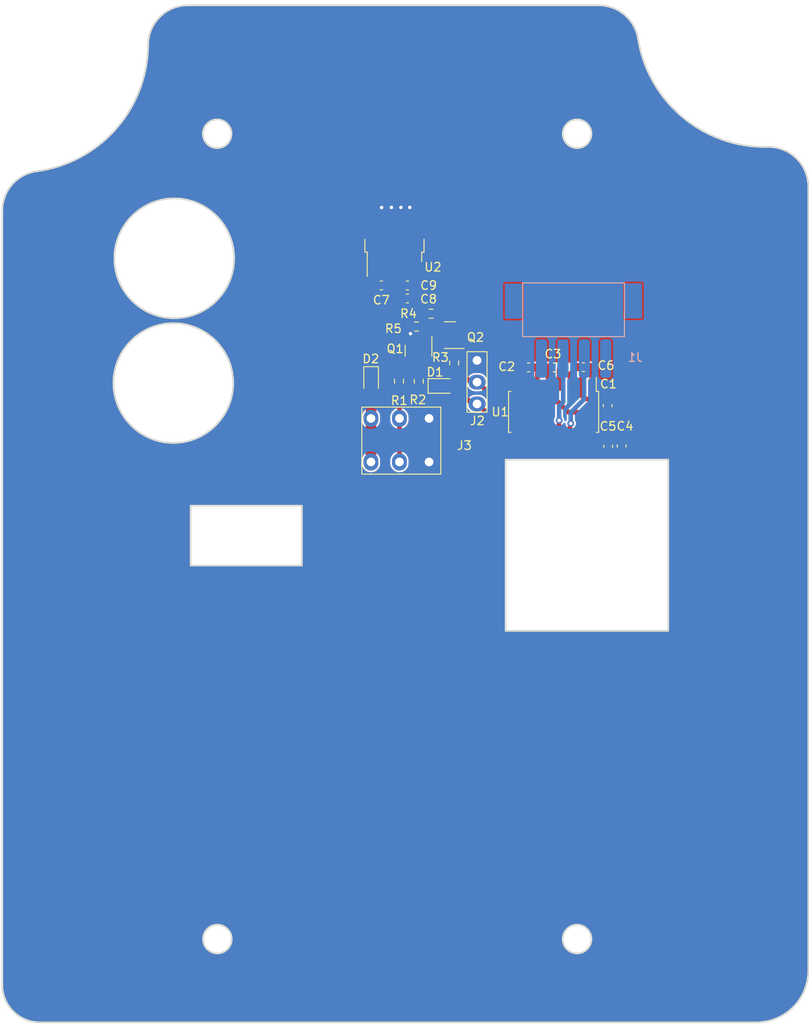
<source format=kicad_pcb>
(kicad_pcb (version 20211014) (generator pcbnew)
  (layers (0 "F.Cu" signal) (31 "B.Cu" signal) (34 "B.Paste" user) (35 "F.Paste" user) (36 "B.SilkS" user "B.Silkscreen") (37 "F.SilkS" user "F.Silkscreen") (38 "B.Mask" user) (39 "F.Mask" user) (44 "Edge.Cuts" user))
  (net 0 "")
  (net 1 "+5V")
  (net 2 "Net-(C2-Pad1)")
  (net 3 "GNDREF")
  (net 4 "Net-(C3-Pad1)")
  (net 5 "Net-(C3-Pad2)")
  (net 6 "Net-(C6-Pad1)")
  (net 7 "Net-(C6-Pad2)")
  (net 8 "+24V")
  (net 9 "CCTALK-DATA")
  (net 10 "TX")
  (net 11 "Net-(D2-Pad2)")
  (net 12 "RX")
  (net 13 "Net-(Q1-Pad1)")
  (net 14 "Net-(Q1-Pad3)")
  (net 15 "Net-(Q2-Pad1)")
  (net 16 "Net-(Q2-Pad3)")
  (net 17 "Net-(C1-Pad2)")
  (net 19 "TXout")
  (net 20 "RXout")
  (footprint "CCtalk-converter-footprints-lib:C_0603_1608Metric" (layer "F.Cu") (at 162.0396 83.78 90)
    (fp_text reference "C1" (at 2.53 0.0954 180) (layer "F.SilkS"))
    (fp_text value "1uF")
    (fp_line (start -0.14058 0.51) (end 0.14058 0.51) (layer "F.SilkS") (width 0.12))
    (fp_line (start -0.14058 -0.51) (end 0.14058 -0.51) (layer "F.SilkS") (width 0.12))
    (pad "1" smd roundrect (at -0.775 0 90) (size 0.9 0.95) (layers "F.Cu" "F.Paste" "F.Mask") (net 1 "+5V"))
    (pad "2" smd roundrect (at 0.775 0 90) (size 0.9 0.95) (layers "F.Cu" "F.Paste" "F.Mask") (net 17 "Net-(C1-Pad2)"))
  )
  (footprint "CCtalk-converter-footprints-lib:C_0603_1608Metric" (layer "F.Cu") (at 155.835 79.325 180)
    (fp_text reference "C3" (at 0.17 1.565 180) (layer "F.SilkS"))
    (fp_text value "1uF")
    (fp_line (start -0.14058 0.51) (end 0.14058 0.51) (layer "F.SilkS") (width 0.12))
    (fp_line (start -0.14058 -0.51) (end 0.14058 -0.51) (layer "F.SilkS") (width 0.12))
    (pad "1" smd roundrect (at -0.775 0 180) (size 0.9 0.95) (layers "F.Cu" "F.Paste" "F.Mask") (net 4 "Net-(C3-Pad1)"))
    (pad "2" smd roundrect (at 0.775 0 180) (size 0.9 0.95) (layers "F.Cu" "F.Paste" "F.Mask") (net 5 "Net-(C3-Pad2)"))
  )
  (footprint "CCtalk-converter-footprints-lib:SOT-23" (layer "F.Cu") (at 139.96 77.37 -90)
    (fp_text reference "Q1" (at -0.23 2.73 180) (layer "F.SilkS"))
    (fp_text value "BC847")
    (fp_line (start 0 -1.56) (end 0.65 -1.56) (layer "F.SilkS") (width 0.12))
    (fp_line (start 0 1.56) (end 0.65 1.56) (layer "F.SilkS") (width 0.12))
    (fp_line (start 0 -1.56) (end -1.675 -1.56) (layer "F.SilkS") (width 0.12))
    (fp_line (start 0 1.56) (end -0.65 1.56) (layer "F.SilkS") (width 0.12))
    (pad "1" smd roundrect (at -0.9375 -0.95 270) (size 1.475 0.6) (layers "F.Cu" "F.Paste" "F.Mask") (net 13 "Net-(Q1-Pad1)"))
    (pad "2" smd roundrect (at -0.9375 0.95 270) (size 1.475 0.6) (layers "F.Cu" "F.Paste" "F.Mask") (net 3 "GNDREF"))
    (pad "3" smd roundrect (at 0.9375 0 270) (size 1.475 0.6) (layers "F.Cu" "F.Paste" "F.Mask") (net 14 "Net-(Q1-Pad3)"))
  )
  (footprint "CCtalk-converter-footprints-lib:C_0603_1608Metric" (layer "F.Cu") (at 138.66 69.75 180)
    (fp_text reference "C9" (at -2.48 0) (layer "F.SilkS"))
    (fp_text value "100nF")
    (fp_line (start -0.14058 0.51) (end 0.14058 0.51) (layer "F.SilkS") (width 0.12))
    (fp_line (start -0.14058 -0.51) (end 0.14058 -0.51) (layer "F.SilkS") (width 0.12))
    (pad "1" smd roundrect (at -0.775 0 180) (size 0.9 0.95) (layers "F.Cu" "F.Paste" "F.Mask") (net 1 "+5V"))
    (pad "2" smd roundrect (at 0.775 0 180) (size 0.9 0.95) (layers "F.Cu" "F.Paste" "F.Mask") (net 3 "GNDREF"))
  )
  (footprint "CCtalk-converter-footprints-lib:R_0603_1608Metric" (layer "F.Cu") (at 139.99 80.94 -90)
    (fp_text reference "R2" (at 2.16 0.11 180) (layer "F.SilkS"))
    (fp_text value "56R")
    (fp_line (start -0.237258 -0.5225) (end 0.237258 -0.5225) (layer "F.SilkS") (width 0.12))
    (fp_line (start -0.237258 0.5225) (end 0.237258 0.5225) (layer "F.SilkS") (width 0.12))
    (pad "1" smd roundrect (at -0.825 0 270) (size 0.8 0.95) (layers "F.Cu" "F.Paste" "F.Mask") (net 14 "Net-(Q1-Pad3)"))
    (pad "2" smd roundrect (at 0.825 0 270) (size 0.8 0.95) (layers "F.Cu" "F.Paste" "F.Mask") (net 9 "CCTALK-DATA"))
  )
  (footprint "CCtalk-converter-footprints-lib:R_0603_1608Metric" (layer "F.Cu") (at 139.72 74.55)
    (fp_text reference "R5" (at -2.7 0.25) (layer "F.SilkS"))
    (fp_text value "100K")
    (fp_line (start -0.237258 0.5225) (end 0.237258 0.5225) (layer "F.SilkS") (width 0.12))
    (fp_line (start -0.237258 -0.5225) (end 0.237258 -0.5225) (layer "F.SilkS") (width 0.12))
    (pad "1" smd roundrect (at -0.825 0) (size 0.8 0.95) (layers "F.Cu" "F.Paste" "F.Mask") (net 3 "GNDREF"))
    (pad "2" smd roundrect (at 0.825 0) (size 0.8 0.95) (layers "F.Cu" "F.Paste" "F.Mask") (net 13 "Net-(Q1-Pad1)"))
  )
  (footprint "CCtalk-converter-footprints-lib:C_0603_1608Metric" (layer "F.Cu") (at 135.62 69.75)
    (fp_text reference "C7" (at 0 1.71) (layer "F.SilkS"))
    (fp_text value "0.33uF")
    (fp_line (start -0.14058 -0.51) (end 0.14058 -0.51) (layer "F.SilkS") (width 0.12))
    (fp_line (start -0.14058 0.51) (end 0.14058 0.51) (layer "F.SilkS") (width 0.12))
    (pad "1" smd roundrect (at -0.775 0) (size 0.9 0.95) (layers "F.Cu" "F.Paste" "F.Mask") (net 8 "+24V"))
    (pad "2" smd roundrect (at 0.775 0) (size 0.9 0.95) (layers "F.Cu" "F.Paste" "F.Mask") (net 3 "GNDREF"))
  )
  (footprint "CCtalk-converter-footprints-lib:R_0603_1608Metric" (layer "F.Cu") (at 137.68 80.93 -90)
    (fp_text reference "R1" (at 2.26 -0.03) (layer "F.SilkS"))
    (fp_text value "10K")
    (fp_line (start -0.237258 0.5225) (end 0.237258 0.5225) (layer "F.SilkS") (width 0.12))
    (fp_line (start -0.237258 -0.5225) (end 0.237258 -0.5225) (layer "F.SilkS") (width 0.12))
    (pad "1" smd roundrect (at -0.825 0 270) (size 0.8 0.95) (layers "F.Cu" "F.Paste" "F.Mask") (net 1 "+5V"))
    (pad "2" smd roundrect (at 0.825 0 270) (size 0.8 0.95) (layers "F.Cu" "F.Paste" "F.Mask") (net 9 "CCTALK-DATA"))
  )
  (footprint "CCtalk-converter-footprints-lib:SOIC-16_4.55x10.3mm_P1.27mm" (layer "F.Cu") (at 155.735 84.515 -90)
    (fp_text reference "U1" (at 0.005 6.2454 180) (layer "F.SilkS"))
    (fp_text value "ST232B")
    (fp_line (start 0 -5.26) (end -2.385 -5.26) (layer "F.SilkS") (width 0.12))
    (fp_line (start 0 5.26) (end -2.385 5.26) (layer "F.SilkS") (width 0.12))
    (fp_line (start 0 5.26) (end 2.385 5.26) (layer "F.SilkS") (width 0.12))
    (fp_line (start 0 -5.26) (end 2.385 -5.26) (layer "F.SilkS") (width 0.12))
    (fp_line (start -2.385 -4.98) (end -4.05 -4.98) (layer "F.SilkS") (width 0.12))
    (fp_line (start 2.385 5.26) (end 2.385 4.98) (layer "F.SilkS") (width 0.12))
    (fp_line (start 2.385 -5.26) (end 2.385 -4.98) (layer "F.SilkS") (width 0.12))
    (fp_line (start -2.385 5.26) (end -2.385 4.98) (layer "F.SilkS") (width 0.12))
    (fp_line (start -2.385 -5.26) (end -2.385 -4.98) (layer "F.SilkS") (width 0.12))
    (pad "1" smd roundrect (at -3.25 -4.445 270) (size 1.6 0.55) (layers "F.Cu" "F.Paste" "F.Mask") (net 6 "Net-(C6-Pad1)"))
    (pad "2" smd roundrect (at -3.25 -3.175 270) (size 1.6 0.55) (layers "F.Cu" "F.Paste" "F.Mask") (net 17 "Net-(C1-Pad2)"))
    (pad "3" smd roundrect (at -3.25 -1.905 270) (size 1.6 0.55) (layers "F.Cu" "F.Paste" "F.Mask") (net 7 "Net-(C6-Pad2)"))
    (pad "4" smd roundrect (at -3.25 -0.635 270) (size 1.6 0.55) (layers "F.Cu" "F.Paste" "F.Mask") (net 4 "Net-(C3-Pad1)"))
    (pad "5" smd roundrect (at -3.25 0.635 270) (size 1.6 0.55) (layers "F.Cu" "F.Paste" "F.Mask") (net 5 "Net-(C3-Pad2)"))
    (pad "6" smd roundrect (at -3.25 1.905 270) (size 1.6 0.55) (layers "F.Cu" "F.Paste" "F.Mask") (net 2 "Net-(C2-Pad1)"))
    (pad "7" smd roundrect (at -3.25 3.175 270) (size 1.6 0.55) (layers "F.Cu" "F.Paste" "F.Mask"))
    (pad "8" smd roundrect (at -3.25 4.445 270) (size 1.6 0.55) (layers "F.Cu" "F.Paste" "F.Mask"))
    (pad "9" smd roundrect (at 3.25 4.445 270) (size 1.6 0.55) (layers "F.Cu" "F.Paste" "F.Mask"))
    (pad "10" smd roundrect (at 3.25 3.175 270) (size 1.6 0.55) (layers "F.Cu" "F.Paste" "F.Mask"))
    (pad "11" smd roundrect (at 3.25 1.905 270) (size 1.6 0.55) (layers "F.Cu" "F.Paste" "F.Mask") (net 10 "TX"))
    (pad "12" smd roundrect (at 3.25 0.635 270) (size 1.6 0.55) (layers "F.Cu" "F.Paste" "F.Mask") (net 12 "RX"))
    (pad "13" smd roundrect (at 3.25 -0.635 270) (size 1.6 0.55) (layers "F.Cu" "F.Paste" "F.Mask") (net 20 "RXout"))
    (pad "14" smd roundrect (at 3.25 -1.905 270) (size 1.6 0.55) (layers "F.Cu" "F.Paste" "F.Mask") (net 19 "TXout"))
    (pad "15" smd roundrect (at 3.25 -3.175 270) (size 1.6 0.55) (layers "F.Cu" "F.Paste" "F.Mask") (net 3 "GNDREF"))
    (pad "16" smd roundrect (at 3.25 -4.445 270) (size 1.6 0.55) (layers "F.Cu" "F.Paste" "F.Mask") (net 1 "+5V"))
  )
  (footprint "CCtalk-converter-footprints-lib:C_0603_1608Metric" (layer "F.Cu") (at 162.105 88.525 -90)
    (fp_text reference "C5" (at -2.335 0.015 180) (layer "F.SilkS"))
    (fp_text value "100nF")
    (fp_line (start -0.14058 0.51) (end 0.14058 0.51) (layer "F.SilkS") (width 0.12))
    (fp_line (start -0.14058 -0.51) (end 0.14058 -0.51) (layer "F.SilkS") (width 0.12))
    (pad "1" smd roundrect (at -0.775 0 270) (size 0.9 0.95) (layers "F.Cu" "F.Paste" "F.Mask") (net 1 "+5V"))
    (pad "2" smd roundrect (at 0.775 0 270) (size 0.9 0.95) (layers "F.Cu" "F.Paste" "F.Mask") (net 3 "GNDREF"))
  )
  (footprint "CCtalk-converter-footprints-lib:PCB_terminal_block_Header_1x03_clamp" (layer "F.Cu") (at 140.275 90.355 180)
    (fp_text reference "J3" (at -5.045 1.915 180) (layer "F.SilkS"))
    (fp_text value "CCtalk Cable")
    (fp_rect (start -2.286 -1.4224) (end 6.9342 6.4008) (layer "F.SilkS") (width 0.12) (fill none))
    (pad "1" thru_hole rect (at -0.9144 5.08 270) (size 2.03 1.73) (drill 1.02) (layers *.Cu *.Mask) (net 3 "GNDREF"))
    (pad "1" thru_hole rect (at -0.9144 0 270) (size 2.03 1.73) (drill 1.02) (layers *.Cu *.Mask) (net 3 "GNDREF"))
    (pad "2" thru_hole oval (at 2.54 0 270) (size 2.03 1.73) (drill 1.02) (layers *.Cu *.Mask) (net 9 "CCTALK-DATA"))
    (pad "2" thru_hole oval (at 2.54 5.08 270) (size 2.03 1.73) (drill 1.02) (layers *.Cu *.Mask) (net 9 "CCTALK-DATA"))
    (pad "3" thru_hole oval (at 5.8674 0 270) (size 2.03 1.73) (drill 1.02) (layers *.Cu *.Mask) (net 11 "Net-(D2-Pad2)"))
    (pad "3" thru_hole oval (at 5.8674 5.08 270) (size 2.03 1.73) (drill 1.02) (layers *.Cu *.Mask) (net 11 "Net-(D2-Pad2)"))
  )
  (footprint "CCtalk-converter-footprints-lib:C_0603_1608Metric" (layer "F.Cu") (at 152.82 79.32 180)
    (fp_text reference "C2" (at 2.56 0.09 180) (layer "F.SilkS"))
    (fp_text value "1uF")
    (fp_line (start -0.14058 -0.51) (end 0.14058 -0.51) (layer "F.SilkS") (width 0.12))
    (fp_line (start -0.14058 0.51) (end 0.14058 0.51) (layer "F.SilkS") (width 0.12))
    (pad "1" smd roundrect (at -0.775 0 180) (size 0.9 0.95) (layers "F.Cu" "F.Paste" "F.Mask") (net 2 "Net-(C2-Pad1)"))
    (pad "2" smd roundrect (at 0.775 0 180) (size 0.9 0.95) (layers "F.Cu" "F.Paste" "F.Mask") (net 3 "GNDREF"))
  )
  (footprint "CCtalk-converter-footprints-lib:C_0603_1608Metric" (layer "F.Cu") (at 163.675 88.485 -90)
    (fp_text reference "C4" (at -2.305 -0.395 180) (layer "F.SilkS"))
    (fp_text value "1uF")
    (fp_line (start -0.14058 -0.51) (end 0.14058 -0.51) (layer "F.SilkS") (width 0.12))
    (fp_line (start -0.14058 0.51) (end 0.14058 0.51) (layer "F.SilkS") (width 0.12))
    (pad "1" smd roundrect (at -0.775 0 270) (size 0.9 0.95) (layers "F.Cu" "F.Paste" "F.Mask") (net 1 "+5V"))
    (pad "2" smd roundrect (at 0.775 0 270) (size 0.9 0.95) (layers "F.Cu" "F.Paste" "F.Mask") (net 3 "GNDREF"))
  )
  (footprint "CCtalk-converter-footprints-lib:R_0603_1608Metric" (layer "F.Cu") (at 141.43 73.05 180)
    (fp_text reference "R4" (at 2.64 0.01 180) (layer "F.SilkS"))
    (fp_text value "10K")
    (fp_line (start -0.237258 0.5225) (end 0.237258 0.5225) (layer "F.SilkS") (width 0.12))
    (fp_line (start -0.237258 -0.5225) (end 0.237258 -0.5225) (layer "F.SilkS") (width 0.12))
    (pad "1" smd roundrect (at -0.825 0 180) (size 0.8 0.95) (layers "F.Cu" "F.Paste" "F.Mask") (net 16 "Net-(Q2-Pad3)"))
    (pad "2" smd roundrect (at 0.825 0 180) (size 0.8 0.95) (layers "F.Cu" "F.Paste" "F.Mask") (net 13 "Net-(Q1-Pad1)"))
  )
  (footprint "CCtalk-converter-footprints-lib:D_SOD-323F" (layer "F.Cu") (at 142.58 81.48)
    (fp_text reference "D1" (at -0.69 -1.61 180) (layer "F.SilkS"))
    (fp_text value "BAT54J")
    (fp_line (start -1.5 -0.85) (end 1.05 -0.85) (layer "F.SilkS") (width 0.12))
    (fp_line (start -1.5 -0.85) (end -1.5 0.85) (layer "F.SilkS") (width 0.12))
    (fp_line (start -1.5 0.85) (end 1.05 0.85) (layer "F.SilkS") (width 0.12))
    (pad "1" smd rect (at -1.1 0) (size 0.5 0.5) (layers "F.Cu" "F.Paste" "F.Mask") (net 9 "CCTALK-DATA"))
    (pad "2" smd rect (at 1.1 0) (size 0.5 0.5) (layers "F.Cu" "F.Paste" "F.Mask") (net 10 "TX"))
  )
  (footprint "CCtalk-converter-footprints-lib:R_0603_1608Metric" (layer "F.Cu") (at 144.12 78.8 90)
    (fp_text reference "R3" (at 0.65 -1.61 180) (layer "F.SilkS"))
    (fp_text value "10K")
    (fp_line (start -0.237258 0.5225) (end 0.237258 0.5225) (layer "F.SilkS") (width 0.12))
    (fp_line (start -0.237258 -0.5225) (end 0.237258 -0.5225) (layer "F.SilkS") (width 0.12))
    (pad "1" smd roundrect (at -0.825 0 90) (size 0.8 0.95) (layers "F.Cu" "F.Paste" "F.Mask") (net 12 "RX"))
    (pad "2" smd roundrect (at 0.825 0 90) (size 0.8 0.95) (layers "F.Cu" "F.Paste" "F.Mask") (net 15 "Net-(Q2-Pad1)"))
  )
  (footprint "CCtalk-converter-footprints-lib:C_0603_1608Metric" (layer "F.Cu") (at 159.205 79.29 180)
    (fp_text reference "C6" (at -2.65 0.195 180) (layer "F.SilkS"))
    (fp_text value "1uF")
    (fp_line (start -0.14058 -0.51) (end 0.14058 -0.51) (layer "F.SilkS") (width 0.12))
    (fp_line (start -0.14058 0.51) (end 0.14058 0.51) (layer "F.SilkS") (width 0.12))
    (pad "1" smd roundrect (at -0.775 0 180) (size 0.9 0.95) (layers "F.Cu" "F.Paste" "F.Mask") (net 6 "Net-(C6-Pad1)"))
    (pad "2" smd roundrect (at 0.775 0 180) (size 0.9 0.95) (layers "F.Cu" "F.Paste" "F.Mask") (net 7 "Net-(C6-Pad2)"))
  )
  (footprint "CCtalk-converter-footprints-lib:D_SOD-323F" (layer "F.Cu") (at 134.425 80.73 -90)
    (fp_text reference "D2" (at -2.41 0.035 180) (layer "F.SilkS"))
    (fp_text value "BAT760")
    (fp_line (start -1.5 -0.85) (end 1.05 -0.85) (layer "F.SilkS") (width 0.12))
    (fp_line (start -1.5 0.85) (end 1.05 0.85) (layer "F.SilkS") (width 0.12))
    (fp_line (start -1.5 -0.85) (end -1.5 0.85) (layer "F.SilkS") (width 0.12))
    (pad "1" smd rect (at -1.1 0 270) (size 0.5 0.5) (layers "F.Cu" "F.Paste" "F.Mask") (net 8 "+24V"))
    (pad "2" smd rect (at 1.1 0 270) (size 0.5 0.5) (layers "F.Cu" "F.Paste" "F.Mask") (net 11 "Net-(D2-Pad2)"))
  )
  (footprint "CCtalk-converter-footprints-lib:SOT-23" (layer "F.Cu") (at 143.62 75.55 180)
    (fp_text reference "Q2" (at -2.99 -0.26) (layer "F.SilkS"))
    (fp_text value "BC856")
    (fp_line (start 0 -1.56) (end -1.675 -1.56) (layer "F.SilkS") (width 0.12))
    (fp_line (start 0 1.56) (end -0.65 1.56) (layer "F.SilkS") (width 0.12))
    (fp_line (start 0 -1.56) (end 0.65 -1.56) (layer "F.SilkS") (width 0.12))
    (fp_line (start 0 1.56) (end 0.65 1.56) (layer "F.SilkS") (width 0.12))
    (pad "1" smd roundrect (at -0.9375 -0.95 180) (size 1.475 0.6) (layers "F.Cu" "F.Paste" "F.Mask") (net 15 "Net-(Q2-Pad1)"))
    (pad "2" smd roundrect (at -0.9375 0.95 180) (size 1.475 0.6) (layers "F.Cu" "F.Paste" "F.Mask") (net 1 "+5V"))
    (pad "3" smd roundrect (at 0.9375 0 180) (size 1.475 0.6) (layers "F.Cu" "F.Paste" "F.Mask") (net 16 "Net-(Q2-Pad3)"))
  )
  (footprint "CCtalk-converter-footprints-lib:TO-252-3_TabPin2" (layer "F.Cu") (at 137.15 63.39 90)
    (fp_text reference "U2" (at -4.22 4.49) (layer "F.SilkS"))
    (fp_text value "L7805")
    (fp_line (start -0.97 -3.45) (end -2.47 -3.45) (layer "F.SilkS") (width 0.12))
    (fp_line (start -2.47 -3.45) (end -2.47 -3.18) (layer "F.SilkS") (width 0.12))
    (fp_line (start -2.47 3.45) (end -2.47 3.18) (layer "F.SilkS") (width 0.12))
    (fp_line (start -2.47 3.18) (end -3.57 3.18) (layer "F.SilkS") (width 0.12))
    (fp_line (start -0.97 3.45) (end -2.47 3.45) (layer "F.SilkS") (width 0.12))
    (fp_line (start -2.47 -3.18) (end -5.3 -3.18) (layer "F.SilkS") (width 0.12))
    (pad "1" smd rect (at -4.2 -2.28 90) (size 2.2 1.2) (layers "F.Cu" "F.Paste" "F.Mask") (net 8 "+24V"))
    (pad "2" smd rect (at 1.4224 0 90) (size 5 5.8) (layers "F.Cu" "F.Mask") (net 3 "GNDREF"))
    (pad "2" smd rect (at -4.2 0 90) (size 2.2 1.2) (layers "F.Cu" "F.Paste" "F.Mask") (net 3 "GNDREF"))
    (pad "3" smd rect (at -4.2 2.28 90) (size 2.2 1.2) (layers "F.Cu" "F.Paste" "F.Mask") (net 1 "+5V"))
  )
  (footprint "CCtalk-converter-footprints-lib:Header_1x03_P2.54mm_Vertical" (layer "F.Cu") (at 146.79 78.5 -90)
    (fp_text reference "J2" (at 7.0546 -0.04) (layer "F.SilkS"))
    (fp_text value "CCtalk Cable")
    (fp_rect (start -1.016 -1.1684) (end 6.0452 1.1684) (layer "F.SilkS") (width 0.12) (fill none))
    (pad "1" thru_hole rect (at 0 0) (size 2.03 1.73) (drill 1.02) (layers *.Cu *.Mask) (net 3 "GNDREF"))
    (pad "2" thru_hole oval (at 2.54 0) (size 2.03 1.73) (drill 1.02) (layers *.Cu *.Mask) (net 12 "RX"))
    (pad "3" thru_hole oval (at 5.08 0) (size 2.03 1.73) (drill 1.02) (layers *.Cu *.Mask) (net 10 "TX"))
  )
  (footprint "CCtalk-converter-footprints-lib:C_0603_1608Metric" (layer "F.Cu") (at 138.65 71.27 180)
    (fp_text reference "C8" (at -2.48 -0.07) (layer "F.SilkS"))
    (fp_text value "10uF")
    (fp_line (start -0.14058 -0.51) (end 0.14058 -0.51) (layer "F.SilkS") (width 0.12))
    (fp_line (start -0.14058 0.51) (end 0.14058 0.51) (layer "F.SilkS") (width 0.12))
    (pad "1" smd roundrect (at -0.775 0 180) (size 0.9 0.95) (layers "F.Cu" "F.Paste" "F.Mask") (net 1 "+5V"))
    (pad "2" smd roundrect (at 0.775 0 180) (size 0.9 0.95) (layers "F.Cu" "F.Paste" "F.Mask") (net 3 "GNDREF"))
  )
  (footprint "CCtalk-converter-footprints-lib:4pin-JST-XH-header-SMT" (layer "B.Cu") (at 161.82 78.29 180)
    (fp_text reference "J1" (at -3.4308 0.132 unlocked) (layer "B.SilkS") (effects (justify mirror)))
    (fp_text value "DB9_Female")
    (fp_rect (start 9.884 8.6556) (end 11.684 4.7556) (layer "B.Cu") (width 0.2) (fill solid))
    (fp_rect (start -4.1368 8.6868) (end -2.3368 4.7868) (layer "B.Cu") (width 0.2) (fill solid))
    (fp_line (start 9.7028 8.8392) (end 9.7028 2.5654) (layer "B.SilkS") (width 0.12))
    (fp_line (start -2.1844 8.8392) (end 9.7028 8.8392) (layer "B.SilkS") (width 0.12))
    (fp_line (start -2.1844 8.8392) (end -2.1844 2.5654) (layer "B.SilkS") (width 0.12))
    (fp_line (start 9.7028 2.5654) (end -2.1844 2.5654) (layer "B.SilkS") (width 0.12))
    (pad "1" smd roundrect (at 0 0 180) (size 1.3 4.5) (layers "B.Cu" "B.Paste" "B.Mask"))
    (pad "2" smd roundrect (at 2.5 0 180) (size 1.3 4.5) (layers "B.Cu" "B.Paste" "B.Mask") (net 19 "TXout"))
    (pad "3" smd roundrect (at 5 0 180) (size 1.3 4.5) (layers "B.Cu" "B.Paste" "B.Mask") (net 20 "RXout"))
    (pad "4" smd roundrect (at 7.5 0 180) (size 1.3 4.5) (layers "B.Cu" "B.Paste" "B.Mask"))
  )
  (gr_line (start 95.73902 155.775082) (end 179.425552 155.775082) (layer "Edge.Cuts") (width 0.2))
  (gr_circle (center 158.470966 146.057193) (end 158.470966 144.374601) (layer "Edge.Cuts") (width 0.2) (fill none))
  (gr_arc (start 108.392746 41.664462) (mid 104.649619 51.470559) (end 95.394791 56.422195) (layer "Edge.Cuts") (width 0.2))
  (gr_circle (center 111.43938 66.580688) (end 111.43938 59.580688) (layer "Edge.Cuts") (width 0.2) (fill none))
  (gr_arc (start 91.368566 61.026877) (mid 92.517072 57.968545) (end 95.394791 56.422195) (layer "Edge.Cuts") (width 0.2))
  (gr_arc (start 185.464902 149.735733) (mid 183.696017 154.006197) (end 179.425552 155.775082) (layer "Edge.Cuts") (width 0.2))
  (gr_line (start 113.346438 95.459424) (end 113.346438 102.459424) (layer "Edge.Cuts") (width 0.2))
  (gr_circle (center 111.330694 81.146033) (end 111.330694 74.146033) (layer "Edge.Cuts") (width 0.2) (fill none))
  (gr_line (start 169.125 110.085) (end 169.125 90.085) (layer "Edge.Cuts") (width 0.2))
  (gr_line (start 150.125 110.085) (end 169.125 110.085) (layer "Edge.Cuts") (width 0.2))
  (gr_arc (start 108.392746 41.664462) (mid 109.765337 38.400746) (end 113.038862 37.051713) (layer "Edge.Cuts") (width 0.2))
  (gr_arc (start 161.00084 37.051713) (mid 164.01503 38.162108) (end 165.588508 40.962552) (layer "Edge.Cuts") (width 0.2))
  (gr_arc (start 95.73902 155.775082) (mid 92.648642 154.495006) (end 91.368566 151.404628) (layer "Edge.Cuts") (width 0.2))
  (gr_line (start 185.464902 58.230143) (end 185.464902 149.735733) (layer "Edge.Cuts") (width 0.2))
  (gr_line (start 91.368566 61.026877) (end 91.368566 151.404628) (layer "Edge.Cuts") (width 0.2))
  (gr_line (start 161.00084 37.051713) (end 113.038862 37.051713) (layer "Edge.Cuts") (width 0.2))
  (gr_circle (center 158.476226 52.039459) (end 158.476226 50.356867) (layer "Edge.Cuts") (width 0.2) (fill none))
  (gr_circle (center 116.449617 52.039882) (end 116.449617 50.35729) (layer "Edge.Cuts") (width 0.2) (fill none))
  (gr_line (start 126.346438 102.459424) (end 126.346438 95.459424) (layer "Edge.Cuts") (width 0.2))
  (gr_arc (start 180.719517 53.584965) (mid 184.068808 54.909889) (end 185.464902 58.230143) (layer "Edge.Cuts") (width 0.2))
  (gr_line (start 150.125 90.085) (end 150.125 110.085) (layer "Edge.Cuts") (width 0.2))
  (gr_line (start 113.346438 102.459424) (end 126.346438 102.459424) (layer "Edge.Cuts") (width 0.2))
  (gr_arc (start 180.719517 53.584965) (mid 170.790715 50.106742) (end 165.588508 40.962552) (layer "Edge.Cuts") (width 0.2))
  (gr_line (start 169.125 90.085) (end 150.125 90.085) (layer "Edge.Cuts") (width 0.2))
  (gr_circle (center 116.473234 146.058669) (end 116.473234 144.376077) (layer "Edge.Cuts") (width 0.2) (fill none))
  (gr_line (start 126.346438 95.459424) (end 113.346438 95.459424) (layer "Edge.Cuts") (width 0.2))
  (segment (start 139.425 71.27) (end 142.59 71.27) (width 0.72) (layer "F.Cu") (net 1))
  (segment (start 160.18 84.57) (end 160.165 84.555) (width 0.54) (layer "F.Cu") (net 1))
  (segment (start 162.0396 84.555) (end 160.165 84.555) (width 0.54) (layer "F.Cu") (net 1))
  (segment (start 149.595 77.685) (end 146.51 74.6) (width 0.54) (layer "F.Cu") (net 1))
  (segment (start 160.18 87.765) (end 163.62 87.765) (width 0.54) (layer "F.Cu") (net 1))
  (segment (start 139.425 71.27) (end 139.425 71.785) (width 0.54) (layer "F.Cu") (net 1))
  (segment (start 157.465 84.555) (end 156.275 83.365) (width 0.54) (layer "F.Cu") (net 1))
  (segment (start 156.275 83.365) (end 150.915 83.365) (width 0.54) (layer "F.Cu") (net 1))
  (segment (start 144.5575 73.2375) (end 144.5575 74.6) (width 0.72) (layer "F.Cu") (net 1))
  (segment (start 142.59 71.27) (end 144.5575 73.2375) (width 0.72) (layer "F.Cu") (net 1))
  (segment (start 149.595 82.045) (end 149.595 77.685) (width 0.54) (layer "F.Cu") (net 1))
  (segment (start 160.18 87.765) (end 160.18 84.57) (width 0.54) (layer "F.Cu") (net 1))
  (segment (start 139.425 71.785) (end 137.68 73.53) (width 0.54) (layer "F.Cu") (net 1))
  (segment (start 137.68 73.53) (end 137.68 80.105) (width 0.54) (layer "F.Cu") (net 1))
  (segment (start 139.43 71.265) (end 139.425 71.27) (width 0.72) (layer "F.Cu") (net 1))
  (segment (start 163.62 87.765) (end 163.675 87.71) (width 0.54) (layer "F.Cu") (net 1))
  (segment (start 160.165 84.555) (end 157.465 84.555) (width 0.54) (layer "F.Cu") (net 1))
  (segment (start 150.915 83.365) (end 149.595 82.045) (width 0.54) (layer "F.Cu") (net 1))
  (segment (start 139.43 67.59) (end 139.43 71.265) (width 0.72) (layer "F.Cu") (net 1))
  (segment (start 146.51 74.6) (end 144.5575 74.6) (width 0.54) (layer "F.Cu") (net 1))
  (segment (start 153.83 81.265) (end 153.83 79.615) (width 0.54) (layer "F.Cu") (net 2))
  (segment (start 153.83 79.615) (end 153.585 79.37) (width 0.54) (layer "F.Cu") (net 2))
  (segment (start 159.955 89.515) (end 142.0294 89.515) (width 0.54) (layer "F.Cu") (net 3))
  (segment (start 137.15 69.64) (end 137.04 69.75) (width 0.54) (layer "F.Cu") (net 3))
  (segment (start 152.045 77.505) (end 137.15 62.61) (width 0.54) (layer "F.Cu") (net 3))
  (segment (start 139.01 76.4325) (end 139.02 76.4225) (width 0.54) (layer "F.Cu") (net 3))
  (segment (start 139.02 75.38) (end 139.02 74.675) (width 0.54) (layer "F.Cu") (net 3))
  (segment (start 136.395 69.75) (end 137.04 69.75) (width 0.54) (layer "F.Cu") (net 3))
  (segment (start 152.045 79.32) (end 152.045 77.505) (width 0.54) (layer "F.Cu") (net 3))
  (segment (start 137.04 69.75) (end 137.885 69.75) (width 0.54) (layer "F.Cu") (net 3))
  (segment (start 137.875 71.27) (end 137.875 69.76) (width 0.54) (layer "F.Cu") (net 3))
  (segment (start 139.02 74.675) (end 138.895 74.55) (width 0.54) (layer "F.Cu") (net 3))
  (segment (start 159.955 89.515) (end 163.42 89.515) (width 0.54) (layer "F.Cu") (net 3))
  (segment (start 137.875 69.76) (end 137.885 69.75) (width 0.54) (layer "F.Cu") (net 3))
  (segment (start 139.02 76.4225) (end 139.02 75.38) (width 0.54) (layer "F.Cu") (net 3))
  (segment (start 137.905 71.3) (end 137.875 71.27) (width 0.54) (layer "F.Cu") (net 3))
  (segment (start 137.15 67.59) (end 137.15 69.64) (width 0.54) (layer "F.Cu") (net 3))
  (segment (start 158.91 89.515) (end 159.955 89.515) (width 0.54) (layer "F.Cu") (net 3))
  (segment (start 137.15 62.61) (end 137.15 61.9676) (width 0.54) (layer "F.Cu") (net 3))
  (segment (start 137.15 67.59) (end 137.15 61.9676) (width 1.24) (layer "F.Cu") (net 3))
  (segment (start 142.0294 89.515) (end 141.1894 90.355) (width 0.54) (layer "F.Cu") (net 3))
  (segment (start 158.91 87.765) (end 158.91 89.515) (width 0.54) (layer "F.Cu") (net 3))
  (segment (start 137.9476 61.9676) (end 137.15 61.9676) (width 0.54) (layer "F.Cu") (net 3))
  (segment (start 163.42 89.515) (end 163.675 89.26) (width 0.54) (layer "F.Cu") (net 3))
  (via (at 135.65 60.65) (size 0.8) (drill 0.4) (layers "F.Cu" "B.Cu") (net 3))
  (via (at 139.02 75.38) (size 0.8) (drill 0.4) (layers "F.Cu" "B.Cu") (net 3))
  (via (at 136.8 60.64) (size 0.8) (drill 0.4) (layers "F.Cu" "B.Cu") (net 3))
  (via (at 138.94 60.64) (size 0.8) (drill 0.4) (layers "F.Cu" "B.Cu") (net 3))
  (via (at 137.9 60.64) (size 0.8) (drill 0.4) (layers "F.Cu" "B.Cu") (net 3))
  (segment (start 156.37 79.565) (end 156.61 79.325) (width 0.54) (layer "F.Cu") (net 4))
  (segment (start 156.37 81.265) (end 156.37 79.565) (width 0.54) (layer "F.Cu") (net 4))
  (segment (start 155.1 81.265) (end 155.1 79.365) (width 0.54) (layer "F.Cu") (net 5))
  (segment (start 155.1 79.365) (end 155.06 79.325) (width 0.54) (layer "F.Cu") (net 5))
  (segment (start 160.18 79.49) (end 159.98 79.29) (width 0.54) (layer "F.Cu") (net 6))
  (segment (start 160.18 81.265) (end 160.18 79.49) (width 0.54) (layer "F.Cu") (net 6))
  (segment (start 158.43 79.29) (end 157.64 80.08) (width 0.54) (layer "F.Cu") (net 7))
  (segment (start 157.64 80.08) (end 157.64 81.265) (width 0.54) (layer "F.Cu") (net 7))
  (segment (start 134.87 67.59) (end 134.87 76.54) (width 1.24) (layer "F.Cu") (net 8))
  (segment (start 134.87 76.54) (end 134.425 76.985) (width 1.24) (layer "F.Cu") (net 8))
  (segment (start 134.425 76.985) (end 134.425 79.63) (width 1.24) (layer "F.Cu") (net 8))
  (segment (start 137.735 85.275) (end 137.735 81.765) (width 0.54) (layer "F.Cu") (net 9))
  (segment (start 139.99 81.765) (end 141.195 81.765) (width 0.54) (layer "F.Cu") (net 9))
  (segment (start 137.735 90.355) (end 137.735 85.275) (width 0.54) (layer "F.Cu") (net 9))
  (segment (start 137.735 81.765) (end 139.99 81.765) (width 0.54) (layer "F.Cu") (net 9))
  (segment (start 141.195 81.765) (end 141.48 81.48) (width 0.54) (layer "F.Cu") (net 9))
  (segment (start 146.88 83.58) (end 146.79 83.58) (width 0.54) (layer "F.Cu") (net 10))
  (segment (start 143.68 81.48) (end 144.12 81.48) (width 0.54) (layer "F.Cu") (net 10))
  (segment (start 153.83 86.65) (end 153.08 85.9) (width 0.54) (layer "F.Cu") (net 10))
  (segment (start 146.09 83.45) (end 146.7546 83.45) (width 0.54) (layer "F.Cu") (net 10))
  (segment (start 144.12 81.48) (end 146.09 83.45) (width 0.54) (layer "F.Cu") (net 10))
  (segment (start 153.83 87.765) (end 153.83 86.65) (width 0.54) (layer "F.Cu") (net 10))
  (segment (start 149.2 85.9) (end 146.88 83.58) (width 0.54) (layer "F.Cu") (net 10))
  (segment (start 153.08 85.9) (end 149.2 85.9) (width 0.54) (layer "F.Cu") (net 10))
  (segment (start 134.4076 85.275) (end 134.4076 90.355) (width 1.24) (layer "F.Cu") (net 11))
  (segment (start 134.425 85.2576) (end 134.4076 85.275) (width 1.24) (layer "F.Cu") (net 11))
  (segment (start 134.425 81.83) (end 134.425 85.2576) (width 1.24) (layer "F.Cu") (net 11))
  (segment (start 150.7896 84.945) (end 146.8846 81.04) (width 0.54) (layer "F.Cu") (net 12))
  (segment (start 146.8846 81.04) (end 146.79 81.04) (width 0.54) (layer "F.Cu") (net 12))
  (segment (start 144.635 79.625) (end 146.05 81.04) (width 0.54) (layer "F.Cu") (net 12))
  (segment (start 155.1 87.765) (end 155.1 85.94) (width 0.54) (layer "F.Cu") (net 12))
  (segment (start 155.1 85.94) (end 154.105 84.945) (width 0.54) (layer "F.Cu") (net 12))
  (segment (start 154.105 84.945) (end 150.7896 84.945) (width 0.54) (layer "F.Cu") (net 12))
  (segment (start 146.05 81.04) (end 146.79 81.04) (width 0.54) (layer "F.Cu") (net 12))
  (segment (start 144.12 79.625) (end 144.635 79.625) (width 0.54) (layer "F.Cu") (net 12))
  (segment (start 140.605 73.05) (end 140.545 73.11) (width 0.54) (layer "F.Cu") (net 13))
  (segment (start 140.91 76.4325) (end 140.91 75.58) (width 0.54) (layer "F.Cu") (net 13))
  (segment (start 140.91 75.58) (end 140.545 75.215) (width 0.54) (layer "F.Cu") (net 13))
  (segment (start 140.545 75.215) (end 140.545 74.55) (width 0.54) (layer "F.Cu") (net 13))
  (segment (start 140.545 73.11) (end 140.545 74.55) (width 0.54) (layer "F.Cu") (net 13))
  (segment (start 139.96 80.085) (end 139.96 78.3075) (width 0.54) (layer "F.Cu") (net 14))
  (segment (start 139.99 80.115) (end 139.96 80.085) (width 0.54) (layer "F.Cu") (net 14))
  (segment (start 144.12 77.39) (end 144.12 77.975) (width 0.54) (layer "F.Cu") (net 15))
  (segment (start 144.5575 76.5) (end 144.5575 76.9525) (width 0.54) (layer "F.Cu") (net 15))
  (segment (start 144.5575 76.9525) (end 144.12 77.39) (width 0.54) (layer "F.Cu") (net 15))
  (segment (start 142.22 74.08) (end 142.6825 74.5425) (width 0.54) (layer "F.Cu") (net 16))
  (segment (start 142.22 73.085) (end 142.22 74.08) (width 0.54) (layer "F.Cu") (net 16))
  (segment (start 142.255 73.05) (end 142.22 73.085) (width 0.54) (layer "F.Cu") (net 16))
  (segment (start 142.6825 74.5425) (end 142.6825 75.55) (width 0.54) (layer "F.Cu") (net 16))
  (segment (start 159.375 83.005) (end 158.91 82.54) (width 0.54) (layer "F.Cu") (net 17))
  (segment (start 162.0396 83.005) (end 159.375 83.005) (width 0.54) (layer "F.Cu") (net 17))
  (segment (start 158.91 82.54) (end 158.91 81.265) (width 0.54) (layer "F.Cu") (net 17))
  (segment (start 157.64 87.765) (end 157.64 85.96) (width 0.54) (layer "F.Cu") (net 19))
  (segment (start 157.64 85.96) (end 157.735 85.865) (width 0.54) (layer "F.Cu") (net 19))
  (via (at 157.735 85.865) (size 0.8) (drill 0.4) (layers "F.Cu" "B.Cu") (net 19))
  (segment (start 159.2892 83.0308) (end 159.2892 78.192) (width 0.54) (layer "B.Cu") (net 19))
  (segment (start 157.735 85.865) (end 157.735 84.585) (width 0.54) (layer "B.Cu") (net 19))
  (segment (start 157.735 84.585) (end 159.2892 83.0308) (width 0.54) (layer "B.Cu") (net 19))
  (segment (start 156.37 87.765) (end 156.37 85.51) (width 0.54) (layer "F.Cu") (net 20))
  (segment (start 156.37 85.51) (end 156.375 85.505) (width 0.54) (layer "F.Cu") (net 20))
  (via (at 156.375 85.505) (size 0.8) (drill 0.4) (layers "F.Cu" "B.Cu") (net 20))
  (segment (start 156.375 83.845) (end 156.85 83.37) (width 0.54) (layer "B.Cu") (net 20))
  (segment (start 156.85 83.37) (end 156.85 79.32) (width 0.54) (layer "B.Cu") (net 20))
  (segment (start 156.375 85.505) (end 156.375 83.845) (width 0.54) (layer "B.Cu") (net 20))
  (zone (net 3) (net_name "GNDREF") (layer "F.Cu") (connect_pads yes (clearance 0)) (min_thickness 2.54) (fill yes (thermal_gap 5.08) (thermal_bridge_width 5.08) (smoothing fillet))
    (polygon (pts (xy 185.540752 37.152528) (xy 185.540752 155.912528) (xy 91.390752 155.912528) (xy 91.090752 36.422528)))
  )
  (zone (net 3) (net_name "GNDREF") (layer "B.Cu") (connect_pads yes (clearance 0)) (min_thickness 0.254) (fill yes (thermal_gap 0.508) (thermal_bridge_width 0.508))
    (polygon (pts (xy 185.57 37.21) (xy 185.57 155.97) (xy 91.42 155.97) (xy 91.12 36.48)))
  )
)
</source>
